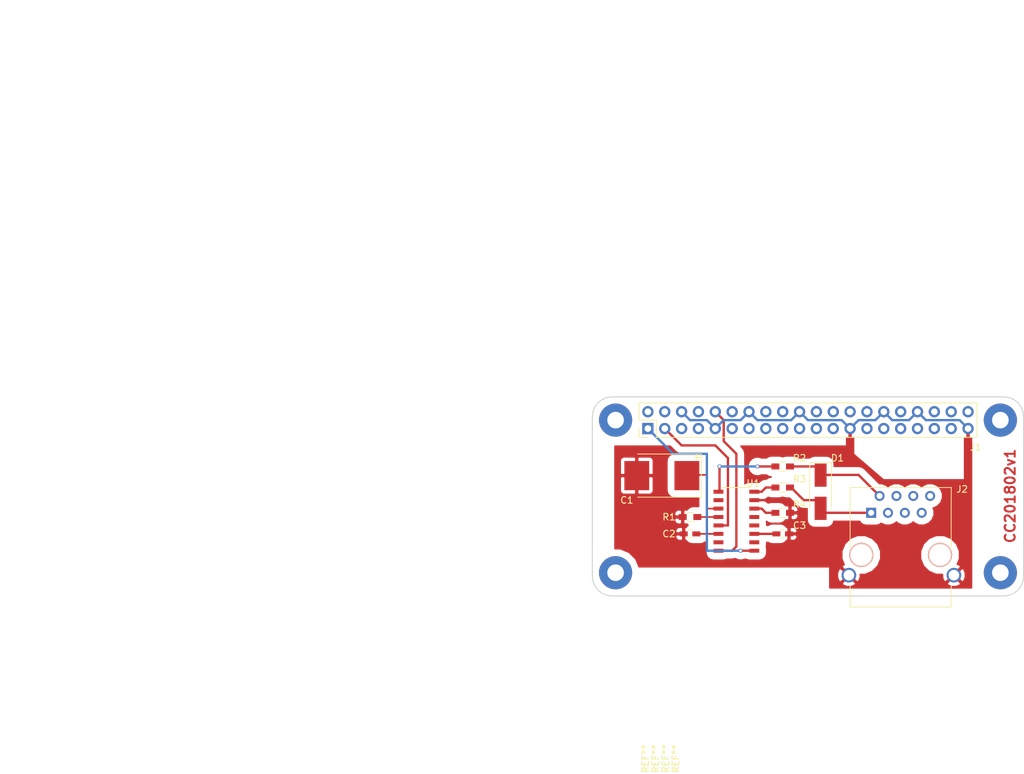
<source format=kicad_pcb>
(kicad_pcb (version 4) (host pcbnew 4.0.7)

  (general
    (links 29)
    (no_connects 0)
    (area 96.417 67.537 169.464001 133.846857)
    (thickness 1.6)
    (drawings 10)
    (tracks 105)
    (zones 0)
    (modules 15)
    (nets 54)
  )

  (page A4)
  (layers
    (0 F.Cu signal)
    (31 B.Cu signal)
    (32 B.Adhes user)
    (33 F.Adhes user)
    (34 B.Paste user)
    (35 F.Paste user)
    (36 B.SilkS user)
    (37 F.SilkS user)
    (38 B.Mask user)
    (39 F.Mask user)
    (40 Dwgs.User user)
    (41 Cmts.User user)
    (42 Eco1.User user)
    (43 Eco2.User user)
    (44 Edge.Cuts user)
    (45 Margin user)
    (46 B.CrtYd user)
    (47 F.CrtYd user)
    (48 B.Fab user)
    (49 F.Fab user)
  )

  (setup
    (last_trace_width 0.35)
    (trace_clearance 0.2)
    (zone_clearance 0.3)
    (zone_45_only no)
    (trace_min 0.2)
    (segment_width 0.2)
    (edge_width 0.15)
    (via_size 0.6)
    (via_drill 0.4)
    (via_min_size 0.4)
    (via_min_drill 0.3)
    (uvia_size 0.3)
    (uvia_drill 0.1)
    (uvias_allowed no)
    (uvia_min_size 0.2)
    (uvia_min_drill 0.1)
    (pcb_text_width 0.3)
    (pcb_text_size 1.5 1.5)
    (mod_edge_width 0.15)
    (mod_text_size 1 1)
    (mod_text_width 0.15)
    (pad_size 5 5)
    (pad_drill 2.5)
    (pad_to_mask_clearance 0.2)
    (aux_axis_origin 0 0)
    (grid_origin 198.23 75.37)
    (visible_elements 7FFFFFFF)
    (pcbplotparams
      (layerselection 0x010f0_80000001)
      (usegerberextensions false)
      (excludeedgelayer true)
      (linewidth 0.100000)
      (plotframeref false)
      (viasonmask false)
      (mode 1)
      (useauxorigin false)
      (hpglpennumber 1)
      (hpglpenspeed 20)
      (hpglpendiameter 15)
      (hpglpenoverlay 2)
      (psnegative false)
      (psa4output false)
      (plotreference true)
      (plotvalue true)
      (plotinvisibletext false)
      (padsonsilk false)
      (subtractmaskfromsilk false)
      (outputformat 1)
      (mirror false)
      (drillshape 0)
      (scaleselection 1)
      (outputdirectory gerber/))
  )

  (net 0 "")
  (net 1 "Net-(C1-Pad1)")
  (net 2 GND)
  (net 3 "Net-(C2-Pad1)")
  (net 4 "Net-(C3-Pad1)")
  (net 5 "Net-(D1-Pad1)")
  (net 6 "Net-(D1-Pad2)")
  (net 7 "Net-(J1-Pad1)")
  (net 8 "Net-(J1-Pad2)")
  (net 9 "Net-(J1-Pad3)")
  (net 10 "Net-(J1-Pad4)")
  (net 11 "Net-(J1-Pad5)")
  (net 12 "Net-(J1-Pad7)")
  (net 13 "Net-(J1-Pad8)")
  (net 14 "Net-(J1-Pad10)")
  (net 15 "Net-(J1-Pad11)")
  (net 16 "Net-(J1-Pad12)")
  (net 17 "Net-(J1-Pad13)")
  (net 18 "Net-(J1-Pad15)")
  (net 19 "Net-(J1-Pad16)")
  (net 20 "Net-(J1-Pad17)")
  (net 21 "Net-(J1-Pad18)")
  (net 22 "Net-(J1-Pad19)")
  (net 23 "Net-(J1-Pad21)")
  (net 24 "Net-(J1-Pad22)")
  (net 25 "Net-(J1-Pad23)")
  (net 26 "Net-(J1-Pad24)")
  (net 27 "Net-(J1-Pad26)")
  (net 28 "Net-(J1-Pad27)")
  (net 29 "Net-(J1-Pad28)")
  (net 30 "Net-(J1-Pad29)")
  (net 31 "Net-(J1-Pad31)")
  (net 32 "Net-(J1-Pad32)")
  (net 33 "Net-(J1-Pad33)")
  (net 34 "Net-(J1-Pad35)")
  (net 35 "Net-(J1-Pad36)")
  (net 36 "Net-(J1-Pad37)")
  (net 37 "Net-(J1-Pad38)")
  (net 38 "Net-(J1-Pad40)")
  (net 39 "Net-(J2-Pad3)")
  (net 40 "Net-(J2-Pad4)")
  (net 41 "Net-(J2-Pad5)")
  (net 42 "Net-(J2-Pad6)")
  (net 43 "Net-(J2-Pad7)")
  (net 44 "Net-(J2-Pad8)")
  (net 45 "Net-(R1-Pad1)")
  (net 46 "Net-(R2-Pad2)")
  (net 47 "Net-(R3-Pad2)")
  (net 48 "Net-(R4-Pad1)")
  (net 49 "Net-(U1-Pad2)")
  (net 50 "Net-(U1-Pad7)")
  (net 51 "Net-(U1-Pad10)")
  (net 52 "Net-(U1-Pad12)")
  (net 53 "Net-(U1-Pad13)")

  (net_class Default "This is the default net class."
    (clearance 0.2)
    (trace_width 0.35)
    (via_dia 0.6)
    (via_drill 0.4)
    (uvia_dia 0.3)
    (uvia_drill 0.1)
    (add_net GND)
    (add_net "Net-(C1-Pad1)")
    (add_net "Net-(C2-Pad1)")
    (add_net "Net-(C3-Pad1)")
    (add_net "Net-(D1-Pad1)")
    (add_net "Net-(D1-Pad2)")
    (add_net "Net-(J1-Pad1)")
    (add_net "Net-(J1-Pad10)")
    (add_net "Net-(J1-Pad11)")
    (add_net "Net-(J1-Pad12)")
    (add_net "Net-(J1-Pad13)")
    (add_net "Net-(J1-Pad15)")
    (add_net "Net-(J1-Pad16)")
    (add_net "Net-(J1-Pad17)")
    (add_net "Net-(J1-Pad18)")
    (add_net "Net-(J1-Pad19)")
    (add_net "Net-(J1-Pad2)")
    (add_net "Net-(J1-Pad21)")
    (add_net "Net-(J1-Pad22)")
    (add_net "Net-(J1-Pad23)")
    (add_net "Net-(J1-Pad24)")
    (add_net "Net-(J1-Pad26)")
    (add_net "Net-(J1-Pad27)")
    (add_net "Net-(J1-Pad28)")
    (add_net "Net-(J1-Pad29)")
    (add_net "Net-(J1-Pad3)")
    (add_net "Net-(J1-Pad31)")
    (add_net "Net-(J1-Pad32)")
    (add_net "Net-(J1-Pad33)")
    (add_net "Net-(J1-Pad35)")
    (add_net "Net-(J1-Pad36)")
    (add_net "Net-(J1-Pad37)")
    (add_net "Net-(J1-Pad38)")
    (add_net "Net-(J1-Pad4)")
    (add_net "Net-(J1-Pad40)")
    (add_net "Net-(J1-Pad5)")
    (add_net "Net-(J1-Pad7)")
    (add_net "Net-(J1-Pad8)")
    (add_net "Net-(J2-Pad3)")
    (add_net "Net-(J2-Pad4)")
    (add_net "Net-(J2-Pad5)")
    (add_net "Net-(J2-Pad6)")
    (add_net "Net-(J2-Pad7)")
    (add_net "Net-(J2-Pad8)")
    (add_net "Net-(R1-Pad1)")
    (add_net "Net-(R2-Pad2)")
    (add_net "Net-(R3-Pad2)")
    (add_net "Net-(R4-Pad1)")
    (add_net "Net-(U1-Pad10)")
    (add_net "Net-(U1-Pad12)")
    (add_net "Net-(U1-Pad13)")
    (add_net "Net-(U1-Pad2)")
    (add_net "Net-(U1-Pad7)")
  )

  (net_class stor ""
    (clearance 0.2)
    (trace_width 0.35)
    (via_dia 0.6)
    (via_drill 0.4)
    (uvia_dia 0.3)
    (uvia_drill 0.1)
  )

  (module Capacitors_Tantalum_SMD:CP_Tantalum_Case-E_EIA-7260-38_Hand (layer F.Cu) (tedit 5AD32F36) (tstamp 5AB170DC)
    (at 114.859 88.815 180)
    (descr "Tantalum capacitor, Case E, EIA 7260-38, 7.3x6.0x3.6mm, Hand soldering footprint")
    (tags "capacitor tantalum smd")
    (path /5AB1663E)
    (attr smd)
    (fp_text reference C1 (at 5.275 -3.7 180) (layer F.SilkS)
      (effects (font (size 1 1) (thickness 0.15)))
    )
    (fp_text value 220uF (at -4.377 15.985 180) (layer F.Fab)
      (effects (font (size 1 1) (thickness 0.15)))
    )
    (fp_line (start -5.88 2.73) (end -4.84 2.73) (layer F.SilkS) (width 0.15))
    (fp_line (start -5.31 2.35) (end -5.31 3.24) (layer F.SilkS) (width 0.15))
    (fp_text user %R (at -0.567 15.985 180) (layer F.Fab)
      (effects (font (size 1 1) (thickness 0.15)))
    )
    (fp_line (start -6.05 -3.4) (end -6.05 3.4) (layer F.CrtYd) (width 0.05))
    (fp_line (start -6.05 3.4) (end 6.05 3.4) (layer F.CrtYd) (width 0.05))
    (fp_line (start 6.05 3.4) (end 6.05 -3.4) (layer F.CrtYd) (width 0.05))
    (fp_line (start 6.05 -3.4) (end -6.05 -3.4) (layer F.CrtYd) (width 0.05))
    (fp_line (start -3.65 -3) (end -3.65 3) (layer F.Fab) (width 0.1))
    (fp_line (start -3.65 3) (end 3.65 3) (layer F.Fab) (width 0.1))
    (fp_line (start 3.65 3) (end 3.65 -3) (layer F.Fab) (width 0.1))
    (fp_line (start 3.65 -3) (end -3.65 -3) (layer F.Fab) (width 0.1))
    (fp_line (start -2.92 -3) (end -2.92 3) (layer F.Fab) (width 0.1))
    (fp_line (start -2.555 -3) (end -2.555 3) (layer F.Fab) (width 0.1))
    (fp_line (start -5.95 -3.25) (end 3.65 -3.25) (layer F.SilkS) (width 0.12))
    (fp_line (start -5.95 3.25) (end 3.65 3.25) (layer F.SilkS) (width 0.12))
    (fp_line (start -5.95 -3.25) (end -5.95 3.25) (layer F.SilkS) (width 0.12))
    (pad 1 smd rect (at -3.775 0 180) (size 3.75 4.4) (layers F.Cu F.Paste F.Mask)
      (net 1 "Net-(C1-Pad1)"))
    (pad 2 smd rect (at 3.775 0 180) (size 3.75 4.4) (layers F.Cu F.Paste F.Mask)
      (net 2 GND))
    (model Capacitors_Tantalum_SMD.3dshapes/CP_Tantalum_Case-E_EIA-7260-38.wrl
      (at (xyz 0 0 0))
      (scale (xyz 1 1 1))
      (rotate (xyz 0 0 0))
    )
  )

  (module Housings_SOIC:SOIC-16_3.9x9.9mm_Pitch1.27mm (layer F.Cu) (tedit 5AD32F6F) (tstamp 5AB17160)
    (at 126.094 95.69)
    (descr "16-Lead Plastic Small Outline (SL) - Narrow, 3.90 mm Body [SOIC] (see Microchip Packaging Specification 00000049BS.pdf)")
    (tags "SOIC 1.27")
    (path /5AB15C48)
    (attr smd)
    (fp_text reference U1 (at 2.54 -5.715 180) (layer F.SilkS)
      (effects (font (size 1 1) (thickness 0.15)))
    )
    (fp_text value NCN5150 (at 2.032 -20.32) (layer F.Fab)
      (effects (font (size 1 1) (thickness 0.15)))
    )
    (fp_text user %R (at -2.54 -20.32) (layer F.Fab)
      (effects (font (size 0.9 0.9) (thickness 0.135)))
    )
    (fp_line (start -0.95 -4.95) (end 1.95 -4.95) (layer F.Fab) (width 0.15))
    (fp_line (start 1.95 -4.95) (end 1.95 4.95) (layer F.Fab) (width 0.15))
    (fp_line (start 1.95 4.95) (end -1.95 4.95) (layer F.Fab) (width 0.15))
    (fp_line (start -1.95 4.95) (end -1.95 -3.95) (layer F.Fab) (width 0.15))
    (fp_line (start -1.95 -3.95) (end -0.95 -4.95) (layer F.Fab) (width 0.15))
    (fp_line (start -3.7 -5.25) (end -3.7 5.25) (layer F.CrtYd) (width 0.05))
    (fp_line (start 3.7 -5.25) (end 3.7 5.25) (layer F.CrtYd) (width 0.05))
    (fp_line (start -3.7 -5.25) (end 3.7 -5.25) (layer F.CrtYd) (width 0.05))
    (fp_line (start -3.7 5.25) (end 3.7 5.25) (layer F.CrtYd) (width 0.05))
    (fp_line (start -2.075 -5.075) (end 2.075 -5.075) (layer F.SilkS) (width 0.15))
    (pad 1 smd rect (at -2.7 -4.445) (size 1.5 0.6) (layers F.Cu F.Paste F.Mask)
      (net 46 "Net-(R2-Pad2)"))
    (pad 2 smd rect (at -2.7 -3.175) (size 1.5 0.6) (layers F.Cu F.Paste F.Mask)
      (net 49 "Net-(U1-Pad2)"))
    (pad 3 smd rect (at -2.7 -1.905) (size 1.5 0.6) (layers F.Cu F.Paste F.Mask)
      (net 1 "Net-(C1-Pad1)"))
    (pad 4 smd rect (at -2.7 -0.635) (size 1.5 0.6) (layers F.Cu F.Paste F.Mask)
      (net 45 "Net-(R1-Pad1)"))
    (pad 5 smd rect (at -2.7 0.635) (size 1.5 0.6) (layers F.Cu F.Paste F.Mask)
      (net 9 "Net-(J1-Pad3)"))
    (pad 6 smd rect (at -2.7 1.905) (size 1.5 0.6) (layers F.Cu F.Paste F.Mask)
      (net 3 "Net-(C2-Pad1)"))
    (pad 7 smd rect (at -2.7 3.175) (size 1.5 0.6) (layers F.Cu F.Paste F.Mask)
      (net 50 "Net-(U1-Pad7)"))
    (pad 8 smd rect (at -2.7 4.445) (size 1.5 0.6) (layers F.Cu F.Paste F.Mask)
      (net 14 "Net-(J1-Pad10)"))
    (pad 9 smd rect (at 2.7 4.445) (size 1.5 0.6) (layers F.Cu F.Paste F.Mask)
      (net 7 "Net-(J1-Pad1)"))
    (pad 10 smd rect (at 2.7 3.175) (size 1.5 0.6) (layers F.Cu F.Paste F.Mask)
      (net 51 "Net-(U1-Pad10)"))
    (pad 11 smd rect (at 2.7 1.905) (size 1.5 0.6) (layers F.Cu F.Paste F.Mask)
      (net 4 "Net-(C3-Pad1)"))
    (pad 12 smd rect (at 2.7 0.635) (size 1.5 0.6) (layers F.Cu F.Paste F.Mask)
      (net 52 "Net-(U1-Pad12)"))
    (pad 13 smd rect (at 2.7 -0.635) (size 1.5 0.6) (layers F.Cu F.Paste F.Mask)
      (net 53 "Net-(U1-Pad13)"))
    (pad 14 smd rect (at 2.7 -1.905) (size 1.5 0.6) (layers F.Cu F.Paste F.Mask)
      (net 48 "Net-(R4-Pad1)"))
    (pad 15 smd rect (at 2.7 -3.175) (size 1.5 0.6) (layers F.Cu F.Paste F.Mask)
      (net 2 GND))
    (pad 16 smd rect (at 2.7 -4.445) (size 1.5 0.6) (layers F.Cu F.Paste F.Mask)
      (net 47 "Net-(R3-Pad2)"))
    (model ${KISYS3DMOD}/Housings_SOIC.3dshapes/SOIC-16_3.9x9.9mm_Pitch1.27mm.wrl
      (at (xyz 0 0 0))
      (scale (xyz 1 1 1))
      (rotate (xyz 0 0 0))
    )
  )

  (module OwnFoot:RJ45_8x (layer F.Cu) (tedit 5AD32F80) (tstamp 5AB17134)
    (at 146.414 94.42)
    (tags RJ45)
    (path /5AB15EC9)
    (fp_text reference J2 (at 13.716 -3.556) (layer F.SilkS)
      (effects (font (size 1 1) (thickness 0.15)))
    )
    (fp_text value RJ45 (at 4.572 16.256) (layer F.Fab)
      (effects (font (size 1 1) (thickness 0.15)))
    )
    (fp_line (start -3.17 14.22) (end 12.07 14.22) (layer F.SilkS) (width 0.12))
    (fp_line (start 12.07 -3.81) (end 12.06 5.18) (layer F.SilkS) (width 0.12))
    (fp_line (start 12.07 -3.81) (end -3.17 -3.81) (layer F.SilkS) (width 0.12))
    (fp_line (start -3.17 -3.81) (end -3.17 5.19) (layer F.SilkS) (width 0.12))
    (fp_line (start 12.06 11) (end 12.07 14.22) (layer F.SilkS) (width 0.12))
    (fp_line (start -3.17 11) (end -3.17 14.22) (layer F.SilkS) (width 0.12))
    (fp_line (start -3.56 -4.06) (end 12.46 -4.06) (layer F.CrtYd) (width 0.05))
    (fp_line (start -3.56 -4.06) (end -3.56 14.47) (layer F.CrtYd) (width 0.05))
    (fp_line (start 12.46 14.47) (end 12.46 -4.06) (layer F.CrtYd) (width 0.05))
    (fp_line (start 12.46 14.47) (end -3.56 14.47) (layer F.CrtYd) (width 0.05))
    (pad "" np_thru_hole circle (at 10.38 6.35) (size 3.65 3.65) (drill 3.25) (layers *.Cu *.SilkS *.Mask))
    (pad "" np_thru_hole circle (at -1.49 6.35) (size 3.65 3.65) (drill 3.25) (layers *.Cu *.SilkS *.Mask))
    (pad 1 thru_hole rect (at 0 0) (size 1.5 1.5) (drill 0.9) (layers *.Cu *.Mask)
      (net 6 "Net-(D1-Pad2)"))
    (pad 2 thru_hole circle (at 1.27 -2.54) (size 1.5 1.5) (drill 0.9) (layers *.Cu *.Mask)
      (net 5 "Net-(D1-Pad1)"))
    (pad 3 thru_hole circle (at 2.54 0) (size 1.5 1.5) (drill 0.9) (layers *.Cu *.Mask)
      (net 39 "Net-(J2-Pad3)"))
    (pad 4 thru_hole circle (at 3.81 -2.54) (size 1.5 1.5) (drill 0.9) (layers *.Cu *.Mask)
      (net 40 "Net-(J2-Pad4)"))
    (pad 5 thru_hole circle (at 5.08 0) (size 1.5 1.5) (drill 0.9) (layers *.Cu *.Mask)
      (net 41 "Net-(J2-Pad5)"))
    (pad 6 thru_hole circle (at 6.35 -2.54) (size 1.5 1.5) (drill 0.9) (layers *.Cu *.Mask)
      (net 42 "Net-(J2-Pad6)"))
    (pad 7 thru_hole circle (at 7.62 0) (size 1.5 1.5) (drill 0.9) (layers *.Cu *.Mask)
      (net 43 "Net-(J2-Pad7)"))
    (pad 8 thru_hole circle (at 8.89 -2.54) (size 1.5 1.5) (drill 0.9) (layers *.Cu *.Mask)
      (net 44 "Net-(J2-Pad8)"))
    (pad 9 thru_hole circle (at -3.36 9.4) (size 2.2 2.2) (drill 1.6) (layers *.Cu *.Mask)
      (net 2 GND))
    (pad 9 thru_hole circle (at 12.47 9.4) (size 2.2 2.2) (drill 1.6) (layers *.Cu *.Mask)
      (net 2 GND))
    (model ${KISYS3DMOD}/Connectors.3dshapes/RJ45_8.wrl
      (at (xyz 0.18 -0.25 0))
      (scale (xyz 0.4 0.4 0.4))
      (rotate (xyz 0 0 0))
    )
  )

  (module Capacitors_SMD:C_0603_HandSoldering (layer F.Cu) (tedit 5AD32F30) (tstamp 5AB170E2)
    (at 119.109 97.595 180)
    (descr "Capacitor SMD 0603, hand soldering")
    (tags "capacitor 0603")
    (path /5AB1648B)
    (attr smd)
    (fp_text reference C2 (at 3.175 0 180) (layer F.SilkS)
      (effects (font (size 1 1) (thickness 0.15)))
    )
    (fp_text value 200nF (at -0.127 22.225 180) (layer F.Fab)
      (effects (font (size 1 1) (thickness 0.15)))
    )
    (fp_text user %R (at 3.683 22.225 180) (layer F.Fab)
      (effects (font (size 1 1) (thickness 0.15)))
    )
    (fp_line (start -0.8 0.4) (end -0.8 -0.4) (layer F.Fab) (width 0.1))
    (fp_line (start 0.8 0.4) (end -0.8 0.4) (layer F.Fab) (width 0.1))
    (fp_line (start 0.8 -0.4) (end 0.8 0.4) (layer F.Fab) (width 0.1))
    (fp_line (start -0.8 -0.4) (end 0.8 -0.4) (layer F.Fab) (width 0.1))
    (fp_line (start -0.35 -0.6) (end 0.35 -0.6) (layer F.SilkS) (width 0.12))
    (fp_line (start 0.35 0.6) (end -0.35 0.6) (layer F.SilkS) (width 0.12))
    (fp_line (start -1.8 -0.65) (end 1.8 -0.65) (layer F.CrtYd) (width 0.05))
    (fp_line (start -1.8 -0.65) (end -1.8 0.65) (layer F.CrtYd) (width 0.05))
    (fp_line (start 1.8 0.65) (end 1.8 -0.65) (layer F.CrtYd) (width 0.05))
    (fp_line (start 1.8 0.65) (end -1.8 0.65) (layer F.CrtYd) (width 0.05))
    (pad 1 smd rect (at -0.95 0 180) (size 1.2 0.75) (layers F.Cu F.Paste F.Mask)
      (net 3 "Net-(C2-Pad1)"))
    (pad 2 smd rect (at 0.95 0 180) (size 1.2 0.75) (layers F.Cu F.Paste F.Mask)
      (net 2 GND))
    (model Capacitors_SMD.3dshapes/C_0603.wrl
      (at (xyz 0 0 0))
      (scale (xyz 1 1 1))
      (rotate (xyz 0 0 0))
    )
  )

  (module Capacitors_SMD:C_0603_HandSoldering (layer F.Cu) (tedit 5AD32FD1) (tstamp 5AB170E8)
    (at 133.079 97.595)
    (descr "Capacitor SMD 0603, hand soldering")
    (tags "capacitor 0603")
    (path /5AB16271)
    (attr smd)
    (fp_text reference C3 (at 2.54 -1.27) (layer F.SilkS)
      (effects (font (size 1 1) (thickness 0.15)))
    )
    (fp_text value 1uF (at 1.397 14.351) (layer F.Fab)
      (effects (font (size 1 1) (thickness 0.15)))
    )
    (fp_text user %R (at -1.905 14.351) (layer F.Fab)
      (effects (font (size 1 1) (thickness 0.15)))
    )
    (fp_line (start -0.8 0.4) (end -0.8 -0.4) (layer F.Fab) (width 0.1))
    (fp_line (start 0.8 0.4) (end -0.8 0.4) (layer F.Fab) (width 0.1))
    (fp_line (start 0.8 -0.4) (end 0.8 0.4) (layer F.Fab) (width 0.1))
    (fp_line (start -0.8 -0.4) (end 0.8 -0.4) (layer F.Fab) (width 0.1))
    (fp_line (start -0.35 -0.6) (end 0.35 -0.6) (layer F.SilkS) (width 0.12))
    (fp_line (start 0.35 0.6) (end -0.35 0.6) (layer F.SilkS) (width 0.12))
    (fp_line (start -1.8 -0.65) (end 1.8 -0.65) (layer F.CrtYd) (width 0.05))
    (fp_line (start -1.8 -0.65) (end -1.8 0.65) (layer F.CrtYd) (width 0.05))
    (fp_line (start 1.8 0.65) (end 1.8 -0.65) (layer F.CrtYd) (width 0.05))
    (fp_line (start 1.8 0.65) (end -1.8 0.65) (layer F.CrtYd) (width 0.05))
    (pad 1 smd rect (at -0.95 0) (size 1.2 0.75) (layers F.Cu F.Paste F.Mask)
      (net 4 "Net-(C3-Pad1)"))
    (pad 2 smd rect (at 0.95 0) (size 1.2 0.75) (layers F.Cu F.Paste F.Mask)
      (net 2 GND))
    (model Capacitors_SMD.3dshapes/C_0603.wrl
      (at (xyz 0 0 0))
      (scale (xyz 1 1 1))
      (rotate (xyz 0 0 0))
    )
  )

  (module Diodes_SMD:D_SMA_Handsoldering (layer F.Cu) (tedit 5AD32F9D) (tstamp 5AB170EE)
    (at 138.794 91.245 270)
    (descr "Diode SMA (DO-214AC) Handsoldering")
    (tags "Diode SMA (DO-214AC) Handsoldering")
    (path /5AB15FB6)
    (attr smd)
    (fp_text reference D1 (at -5.08 -2.54 360) (layer F.SilkS)
      (effects (font (size 1 1) (thickness 0.15)))
    )
    (fp_text value D_TVS (at -15.875 -3.048 360) (layer F.Fab)
      (effects (font (size 1 1) (thickness 0.15)))
    )
    (fp_text user %R (at -15.875 0.508 360) (layer F.Fab)
      (effects (font (size 1 1) (thickness 0.15)))
    )
    (fp_line (start -4.4 -1.65) (end -4.4 1.65) (layer F.SilkS) (width 0.12))
    (fp_line (start 2.3 1.5) (end -2.3 1.5) (layer F.Fab) (width 0.1))
    (fp_line (start -2.3 1.5) (end -2.3 -1.5) (layer F.Fab) (width 0.1))
    (fp_line (start 2.3 -1.5) (end 2.3 1.5) (layer F.Fab) (width 0.1))
    (fp_line (start 2.3 -1.5) (end -2.3 -1.5) (layer F.Fab) (width 0.1))
    (fp_line (start -4.5 -1.75) (end 4.5 -1.75) (layer F.CrtYd) (width 0.05))
    (fp_line (start 4.5 -1.75) (end 4.5 1.75) (layer F.CrtYd) (width 0.05))
    (fp_line (start 4.5 1.75) (end -4.5 1.75) (layer F.CrtYd) (width 0.05))
    (fp_line (start -4.5 1.75) (end -4.5 -1.75) (layer F.CrtYd) (width 0.05))
    (fp_line (start -0.64944 0.00102) (end -1.55114 0.00102) (layer F.Fab) (width 0.1))
    (fp_line (start 0.50118 0.00102) (end 1.4994 0.00102) (layer F.Fab) (width 0.1))
    (fp_line (start -0.64944 -0.79908) (end -0.64944 0.80112) (layer F.Fab) (width 0.1))
    (fp_line (start 0.50118 0.75032) (end 0.50118 -0.79908) (layer F.Fab) (width 0.1))
    (fp_line (start -0.64944 0.00102) (end 0.50118 0.75032) (layer F.Fab) (width 0.1))
    (fp_line (start -0.64944 0.00102) (end 0.50118 -0.79908) (layer F.Fab) (width 0.1))
    (fp_line (start -4.4 1.65) (end 2.5 1.65) (layer F.SilkS) (width 0.12))
    (fp_line (start -4.4 -1.65) (end 2.5 -1.65) (layer F.SilkS) (width 0.12))
    (pad 1 smd rect (at -2.5 0 270) (size 3.5 1.8) (layers F.Cu F.Paste F.Mask)
      (net 5 "Net-(D1-Pad1)"))
    (pad 2 smd rect (at 2.5 0 270) (size 3.5 1.8) (layers F.Cu F.Paste F.Mask)
      (net 6 "Net-(D1-Pad2)"))
    (model ${KISYS3DMOD}/Diodes_SMD.3dshapes/D_SMA.wrl
      (at (xyz 0 0 0))
      (scale (xyz 1 1 1))
      (rotate (xyz 0 0 0))
    )
  )

  (module Pin_Headers:Pin_Header_Straight_2x20_Pitch2.54mm (layer F.Cu) (tedit 5AD32F94) (tstamp 5AB1711A)
    (at 112.759 81.72 90)
    (descr "Through hole straight pin header, 2x20, 2.54mm pitch, double rows")
    (tags "Through hole pin header THT 2x20 2.54mm double row")
    (path /5AB1605D)
    (fp_text reference J1 (at -2.794 49.403 180) (layer F.SilkS)
      (effects (font (size 1 1) (thickness 0.15)))
    )
    (fp_text value Raspberry_Pi_2_3 (at -44.958 -7.493 90) (layer F.Fab)
      (effects (font (size 1 1) (thickness 0.15)))
    )
    (fp_line (start 0 -1.27) (end 3.81 -1.27) (layer F.Fab) (width 0.1))
    (fp_line (start 3.81 -1.27) (end 3.81 49.53) (layer F.Fab) (width 0.1))
    (fp_line (start 3.81 49.53) (end -1.27 49.53) (layer F.Fab) (width 0.1))
    (fp_line (start -1.27 49.53) (end -1.27 0) (layer F.Fab) (width 0.1))
    (fp_line (start -1.27 0) (end 0 -1.27) (layer F.Fab) (width 0.1))
    (fp_line (start -1.33 49.59) (end 3.87 49.59) (layer F.SilkS) (width 0.12))
    (fp_line (start -1.33 1.27) (end -1.33 49.59) (layer F.SilkS) (width 0.12))
    (fp_line (start 3.87 -1.33) (end 3.87 49.59) (layer F.SilkS) (width 0.12))
    (fp_line (start -1.33 1.27) (end 1.27 1.27) (layer F.SilkS) (width 0.12))
    (fp_line (start 1.27 1.27) (end 1.27 -1.33) (layer F.SilkS) (width 0.12))
    (fp_line (start 1.27 -1.33) (end 3.87 -1.33) (layer F.SilkS) (width 0.12))
    (fp_line (start -1.33 0) (end -1.33 -1.33) (layer F.SilkS) (width 0.12))
    (fp_line (start -1.33 -1.33) (end 0 -1.33) (layer F.SilkS) (width 0.12))
    (fp_line (start -1.8 -1.8) (end -1.8 50.05) (layer F.CrtYd) (width 0.05))
    (fp_line (start -1.8 50.05) (end 4.35 50.05) (layer F.CrtYd) (width 0.05))
    (fp_line (start 4.35 50.05) (end 4.35 -1.8) (layer F.CrtYd) (width 0.05))
    (fp_line (start 4.35 -1.8) (end -1.8 -1.8) (layer F.CrtYd) (width 0.05))
    (fp_text user %R (at 6.35 48.641 180) (layer F.Fab)
      (effects (font (size 1 1) (thickness 0.15)))
    )
    (pad 1 thru_hole rect (at 0 0 90) (size 1.7 1.7) (drill 1) (layers *.Cu *.Mask)
      (net 7 "Net-(J1-Pad1)"))
    (pad 2 thru_hole oval (at 2.54 0 90) (size 1.7 1.7) (drill 1) (layers *.Cu *.Mask)
      (net 8 "Net-(J1-Pad2)"))
    (pad 3 thru_hole oval (at 0 2.54 90) (size 1.7 1.7) (drill 1) (layers *.Cu *.Mask)
      (net 9 "Net-(J1-Pad3)"))
    (pad 4 thru_hole oval (at 2.54 2.54 90) (size 1.7 1.7) (drill 1) (layers *.Cu *.Mask)
      (net 10 "Net-(J1-Pad4)"))
    (pad 5 thru_hole oval (at 0 5.08 90) (size 1.7 1.7) (drill 1) (layers *.Cu *.Mask)
      (net 11 "Net-(J1-Pad5)"))
    (pad 6 thru_hole oval (at 2.54 5.08 90) (size 1.7 1.7) (drill 1) (layers *.Cu *.Mask)
      (net 2 GND))
    (pad 7 thru_hole oval (at 0 7.62 90) (size 1.7 1.7) (drill 1) (layers *.Cu *.Mask)
      (net 12 "Net-(J1-Pad7)"))
    (pad 8 thru_hole oval (at 2.54 7.62 90) (size 1.7 1.7) (drill 1) (layers *.Cu *.Mask)
      (net 13 "Net-(J1-Pad8)"))
    (pad 9 thru_hole oval (at 0 10.16 90) (size 1.7 1.7) (drill 1) (layers *.Cu *.Mask)
      (net 2 GND))
    (pad 10 thru_hole oval (at 2.54 10.16 90) (size 1.7 1.7) (drill 1) (layers *.Cu *.Mask)
      (net 14 "Net-(J1-Pad10)"))
    (pad 11 thru_hole oval (at 0 12.7 90) (size 1.7 1.7) (drill 1) (layers *.Cu *.Mask)
      (net 15 "Net-(J1-Pad11)"))
    (pad 12 thru_hole oval (at 2.54 12.7 90) (size 1.7 1.7) (drill 1) (layers *.Cu *.Mask)
      (net 16 "Net-(J1-Pad12)"))
    (pad 13 thru_hole oval (at 0 15.24 90) (size 1.7 1.7) (drill 1) (layers *.Cu *.Mask)
      (net 17 "Net-(J1-Pad13)"))
    (pad 14 thru_hole oval (at 2.54 15.24 90) (size 1.7 1.7) (drill 1) (layers *.Cu *.Mask)
      (net 2 GND))
    (pad 15 thru_hole oval (at 0 17.78 90) (size 1.7 1.7) (drill 1) (layers *.Cu *.Mask)
      (net 18 "Net-(J1-Pad15)"))
    (pad 16 thru_hole oval (at 2.54 17.78 90) (size 1.7 1.7) (drill 1) (layers *.Cu *.Mask)
      (net 19 "Net-(J1-Pad16)"))
    (pad 17 thru_hole oval (at 0 20.32 90) (size 1.7 1.7) (drill 1) (layers *.Cu *.Mask)
      (net 20 "Net-(J1-Pad17)"))
    (pad 18 thru_hole oval (at 2.54 20.32 90) (size 1.7 1.7) (drill 1) (layers *.Cu *.Mask)
      (net 21 "Net-(J1-Pad18)"))
    (pad 19 thru_hole oval (at 0 22.86 90) (size 1.7 1.7) (drill 1) (layers *.Cu *.Mask)
      (net 22 "Net-(J1-Pad19)"))
    (pad 20 thru_hole oval (at 2.54 22.86 90) (size 1.7 1.7) (drill 1) (layers *.Cu *.Mask)
      (net 2 GND))
    (pad 21 thru_hole oval (at 0 25.4 90) (size 1.7 1.7) (drill 1) (layers *.Cu *.Mask)
      (net 23 "Net-(J1-Pad21)"))
    (pad 22 thru_hole oval (at 2.54 25.4 90) (size 1.7 1.7) (drill 1) (layers *.Cu *.Mask)
      (net 24 "Net-(J1-Pad22)"))
    (pad 23 thru_hole oval (at 0 27.94 90) (size 1.7 1.7) (drill 1) (layers *.Cu *.Mask)
      (net 25 "Net-(J1-Pad23)"))
    (pad 24 thru_hole oval (at 2.54 27.94 90) (size 1.7 1.7) (drill 1) (layers *.Cu *.Mask)
      (net 26 "Net-(J1-Pad24)"))
    (pad 25 thru_hole oval (at 0 30.48 90) (size 1.7 1.7) (drill 1) (layers *.Cu *.Mask)
      (net 2 GND))
    (pad 26 thru_hole oval (at 2.54 30.48 90) (size 1.7 1.7) (drill 1) (layers *.Cu *.Mask)
      (net 27 "Net-(J1-Pad26)"))
    (pad 27 thru_hole oval (at 0 33.02 90) (size 1.7 1.7) (drill 1) (layers *.Cu *.Mask)
      (net 28 "Net-(J1-Pad27)"))
    (pad 28 thru_hole oval (at 2.54 33.02 90) (size 1.7 1.7) (drill 1) (layers *.Cu *.Mask)
      (net 29 "Net-(J1-Pad28)"))
    (pad 29 thru_hole oval (at 0 35.56 90) (size 1.7 1.7) (drill 1) (layers *.Cu *.Mask)
      (net 30 "Net-(J1-Pad29)"))
    (pad 30 thru_hole oval (at 2.54 35.56 90) (size 1.7 1.7) (drill 1) (layers *.Cu *.Mask)
      (net 2 GND))
    (pad 31 thru_hole oval (at 0 38.1 90) (size 1.7 1.7) (drill 1) (layers *.Cu *.Mask)
      (net 31 "Net-(J1-Pad31)"))
    (pad 32 thru_hole oval (at 2.54 38.1 90) (size 1.7 1.7) (drill 1) (layers *.Cu *.Mask)
      (net 32 "Net-(J1-Pad32)"))
    (pad 33 thru_hole oval (at 0 40.64 90) (size 1.7 1.7) (drill 1) (layers *.Cu *.Mask)
      (net 33 "Net-(J1-Pad33)"))
    (pad 34 thru_hole oval (at 2.54 40.64 90) (size 1.7 1.7) (drill 1) (layers *.Cu *.Mask)
      (net 2 GND))
    (pad 35 thru_hole oval (at 0 43.18 90) (size 1.7 1.7) (drill 1) (layers *.Cu *.Mask)
      (net 34 "Net-(J1-Pad35)"))
    (pad 36 thru_hole oval (at 2.54 43.18 90) (size 1.7 1.7) (drill 1) (layers *.Cu *.Mask)
      (net 35 "Net-(J1-Pad36)"))
    (pad 37 thru_hole oval (at 0 45.72 90) (size 1.7 1.7) (drill 1) (layers *.Cu *.Mask)
      (net 36 "Net-(J1-Pad37)"))
    (pad 38 thru_hole oval (at 2.54 45.72 90) (size 1.7 1.7) (drill 1) (layers *.Cu *.Mask)
      (net 37 "Net-(J1-Pad38)"))
    (pad 39 thru_hole oval (at 0 48.26 90) (size 1.7 1.7) (drill 1) (layers *.Cu *.Mask)
      (net 2 GND))
    (pad 40 thru_hole oval (at 2.54 48.26 90) (size 1.7 1.7) (drill 1) (layers *.Cu *.Mask)
      (net 38 "Net-(J1-Pad40)"))
    (model ${KISYS3DMOD}/Pin_Headers.3dshapes/Pin_Header_Straight_2x20_Pitch2.54mm.wrl
      (at (xyz 0 0 0))
      (scale (xyz 1 1 1))
      (rotate (xyz 0 0 0))
    )
  )

  (module Resistors_SMD:R_0603_HandSoldering (layer F.Cu) (tedit 5AD32EB0) (tstamp 5AB1713A)
    (at 119.109 95.055 180)
    (descr "Resistor SMD 0603, hand soldering")
    (tags "resistor 0603")
    (path /5AB1650F)
    (attr smd)
    (fp_text reference R1 (at 3.175 0 180) (layer F.SilkS)
      (effects (font (size 1 1) (thickness 0.15)))
    )
    (fp_text value 30k (at -1.143 26.543 180) (layer F.Fab)
      (effects (font (size 1 1) (thickness 0.15)))
    )
    (fp_text user %R (at 0 0 180) (layer F.Fab)
      (effects (font (size 0.4 0.4) (thickness 0.075)))
    )
    (fp_line (start -0.8 0.4) (end -0.8 -0.4) (layer F.Fab) (width 0.1))
    (fp_line (start 0.8 0.4) (end -0.8 0.4) (layer F.Fab) (width 0.1))
    (fp_line (start 0.8 -0.4) (end 0.8 0.4) (layer F.Fab) (width 0.1))
    (fp_line (start -0.8 -0.4) (end 0.8 -0.4) (layer F.Fab) (width 0.1))
    (fp_line (start 0.5 0.68) (end -0.5 0.68) (layer F.SilkS) (width 0.12))
    (fp_line (start -0.5 -0.68) (end 0.5 -0.68) (layer F.SilkS) (width 0.12))
    (fp_line (start -1.96 -0.7) (end 1.95 -0.7) (layer F.CrtYd) (width 0.05))
    (fp_line (start -1.96 -0.7) (end -1.96 0.7) (layer F.CrtYd) (width 0.05))
    (fp_line (start 1.95 0.7) (end 1.95 -0.7) (layer F.CrtYd) (width 0.05))
    (fp_line (start 1.95 0.7) (end -1.96 0.7) (layer F.CrtYd) (width 0.05))
    (pad 1 smd rect (at -1.1 0 180) (size 1.2 0.9) (layers F.Cu F.Paste F.Mask)
      (net 45 "Net-(R1-Pad1)"))
    (pad 2 smd rect (at 1.1 0 180) (size 1.2 0.9) (layers F.Cu F.Paste F.Mask)
      (net 2 GND))
    (model ${KISYS3DMOD}/Resistors_SMD.3dshapes/R_0603.wrl
      (at (xyz 0 0 0))
      (scale (xyz 1 1 1))
      (rotate (xyz 0 0 0))
    )
  )

  (module Resistors_SMD:R_0603_HandSoldering (layer F.Cu) (tedit 5AD32EC5) (tstamp 5AB17140)
    (at 133.079 87.435 180)
    (descr "Resistor SMD 0603, hand soldering")
    (tags "resistor 0603")
    (path /5AB15D87)
    (attr smd)
    (fp_text reference R2 (at -2.54 1.27 180) (layer F.SilkS)
      (effects (font (size 1 1) (thickness 0.15)))
    )
    (fp_text value 220R (at -0.127 18.923 180) (layer F.Fab)
      (effects (font (size 1 1) (thickness 0.15)))
    )
    (fp_text user %R (at 0 0 180) (layer F.Fab)
      (effects (font (size 0.4 0.4) (thickness 0.075)))
    )
    (fp_line (start -0.8 0.4) (end -0.8 -0.4) (layer F.Fab) (width 0.1))
    (fp_line (start 0.8 0.4) (end -0.8 0.4) (layer F.Fab) (width 0.1))
    (fp_line (start 0.8 -0.4) (end 0.8 0.4) (layer F.Fab) (width 0.1))
    (fp_line (start -0.8 -0.4) (end 0.8 -0.4) (layer F.Fab) (width 0.1))
    (fp_line (start 0.5 0.68) (end -0.5 0.68) (layer F.SilkS) (width 0.12))
    (fp_line (start -0.5 -0.68) (end 0.5 -0.68) (layer F.SilkS) (width 0.12))
    (fp_line (start -1.96 -0.7) (end 1.95 -0.7) (layer F.CrtYd) (width 0.05))
    (fp_line (start -1.96 -0.7) (end -1.96 0.7) (layer F.CrtYd) (width 0.05))
    (fp_line (start 1.95 0.7) (end 1.95 -0.7) (layer F.CrtYd) (width 0.05))
    (fp_line (start 1.95 0.7) (end -1.96 0.7) (layer F.CrtYd) (width 0.05))
    (pad 1 smd rect (at -1.1 0 180) (size 1.2 0.9) (layers F.Cu F.Paste F.Mask)
      (net 5 "Net-(D1-Pad1)"))
    (pad 2 smd rect (at 1.1 0 180) (size 1.2 0.9) (layers F.Cu F.Paste F.Mask)
      (net 46 "Net-(R2-Pad2)"))
    (model ${KISYS3DMOD}/Resistors_SMD.3dshapes/R_0603.wrl
      (at (xyz 0 0 0))
      (scale (xyz 1 1 1))
      (rotate (xyz 0 0 0))
    )
  )

  (module Resistors_SMD:R_0603_HandSoldering (layer F.Cu) (tedit 5AD32EBF) (tstamp 5AB17146)
    (at 133.079 90.61 180)
    (descr "Resistor SMD 0603, hand soldering")
    (tags "resistor 0603")
    (path /5AB15D34)
    (attr smd)
    (fp_text reference R3 (at -2.54 1.27 180) (layer F.SilkS)
      (effects (font (size 1 1) (thickness 0.15)))
    )
    (fp_text value 220R (at -0.127 17.78 180) (layer F.Fab)
      (effects (font (size 1 1) (thickness 0.15)))
    )
    (fp_text user %R (at 0 0 180) (layer F.Fab)
      (effects (font (size 0.4 0.4) (thickness 0.075)))
    )
    (fp_line (start -0.8 0.4) (end -0.8 -0.4) (layer F.Fab) (width 0.1))
    (fp_line (start 0.8 0.4) (end -0.8 0.4) (layer F.Fab) (width 0.1))
    (fp_line (start 0.8 -0.4) (end 0.8 0.4) (layer F.Fab) (width 0.1))
    (fp_line (start -0.8 -0.4) (end 0.8 -0.4) (layer F.Fab) (width 0.1))
    (fp_line (start 0.5 0.68) (end -0.5 0.68) (layer F.SilkS) (width 0.12))
    (fp_line (start -0.5 -0.68) (end 0.5 -0.68) (layer F.SilkS) (width 0.12))
    (fp_line (start -1.96 -0.7) (end 1.95 -0.7) (layer F.CrtYd) (width 0.05))
    (fp_line (start -1.96 -0.7) (end -1.96 0.7) (layer F.CrtYd) (width 0.05))
    (fp_line (start 1.95 0.7) (end 1.95 -0.7) (layer F.CrtYd) (width 0.05))
    (fp_line (start 1.95 0.7) (end -1.96 0.7) (layer F.CrtYd) (width 0.05))
    (pad 1 smd rect (at -1.1 0 180) (size 1.2 0.9) (layers F.Cu F.Paste F.Mask)
      (net 6 "Net-(D1-Pad2)"))
    (pad 2 smd rect (at 1.1 0 180) (size 1.2 0.9) (layers F.Cu F.Paste F.Mask)
      (net 47 "Net-(R3-Pad2)"))
    (model ${KISYS3DMOD}/Resistors_SMD.3dshapes/R_0603.wrl
      (at (xyz 0 0 0))
      (scale (xyz 1 1 1))
      (rotate (xyz 0 0 0))
    )
  )

  (module Resistors_SMD:R_0603_HandSoldering (layer F.Cu) (tedit 5AD32FD3) (tstamp 5AB1714C)
    (at 133.079 94.42)
    (descr "Resistor SMD 0603, hand soldering")
    (tags "resistor 0603")
    (path /5AB16358)
    (attr smd)
    (fp_text reference R4 (at 2.54 -1.27) (layer F.SilkS)
      (effects (font (size 1 1) (thickness 0.15)))
    )
    (fp_text value 100R (at 1.905 14.732) (layer F.Fab)
      (effects (font (size 1 1) (thickness 0.15)))
    )
    (fp_text user %R (at 0 0) (layer F.Fab)
      (effects (font (size 0.4 0.4) (thickness 0.075)))
    )
    (fp_line (start -0.8 0.4) (end -0.8 -0.4) (layer F.Fab) (width 0.1))
    (fp_line (start 0.8 0.4) (end -0.8 0.4) (layer F.Fab) (width 0.1))
    (fp_line (start 0.8 -0.4) (end 0.8 0.4) (layer F.Fab) (width 0.1))
    (fp_line (start -0.8 -0.4) (end 0.8 -0.4) (layer F.Fab) (width 0.1))
    (fp_line (start 0.5 0.68) (end -0.5 0.68) (layer F.SilkS) (width 0.12))
    (fp_line (start -0.5 -0.68) (end 0.5 -0.68) (layer F.SilkS) (width 0.12))
    (fp_line (start -1.96 -0.7) (end 1.95 -0.7) (layer F.CrtYd) (width 0.05))
    (fp_line (start -1.96 -0.7) (end -1.96 0.7) (layer F.CrtYd) (width 0.05))
    (fp_line (start 1.95 0.7) (end 1.95 -0.7) (layer F.CrtYd) (width 0.05))
    (fp_line (start 1.95 0.7) (end -1.96 0.7) (layer F.CrtYd) (width 0.05))
    (pad 1 smd rect (at -1.1 0) (size 1.2 0.9) (layers F.Cu F.Paste F.Mask)
      (net 48 "Net-(R4-Pad1)"))
    (pad 2 smd rect (at 1.1 0) (size 1.2 0.9) (layers F.Cu F.Paste F.Mask)
      (net 2 GND))
    (model ${KISYS3DMOD}/Resistors_SMD.3dshapes/R_0603.wrl
      (at (xyz 0 0 0))
      (scale (xyz 1 1 1))
      (rotate (xyz 0 0 0))
    )
  )

  (module Mounting_Holes:MountingHole_2.5mm_Pad (layer F.Cu) (tedit 5AD32FA8) (tstamp 5ABAAE7A)
    (at 165.889 103.45 90)
    (descr "Mounting Hole 2.5mm")
    (tags "mounting hole 2.5mm")
    (fp_text reference REF** (at -28.054 -53.511 90) (layer F.SilkS)
      (effects (font (size 1 1) (thickness 0.15)))
    )
    (fp_text value MountingHole_2.5mm_Pad (at -20.18 -64.433 90) (layer F.Fab)
      (effects (font (size 1 1) (thickness 0.15)))
    )
    (fp_circle (center 0 0) (end 2.5 0) (layer Cmts.User) (width 0.15))
    (fp_circle (center 0 0) (end 2.75 0) (layer F.CrtYd) (width 0.05))
    (pad "" np_thru_hole circle (at 0 0 90) (size 5 5) (drill 2.5) (layers *.Cu *.Mask))
  )

  (module Mounting_Holes:MountingHole_2.5mm_Pad (layer F.Cu) (tedit 5AD32FAD) (tstamp 5ABAAECB)
    (at 165.889 80.45 90)
    (descr "Mounting Hole 2.5mm")
    (tags "mounting hole 2.5mm")
    (fp_text reference REF** (at -51.054 -51.987 90) (layer F.SilkS)
      (effects (font (size 1 1) (thickness 0.15)))
    )
    (fp_text value MountingHole_2.5mm_Pad (at -43.18 -62.401 90) (layer F.Fab)
      (effects (font (size 1 1) (thickness 0.15)))
    )
    (fp_circle (center 0 0) (end 2.5 0) (layer Cmts.User) (width 0.15))
    (fp_circle (center 0 0) (end 2.75 0) (layer F.CrtYd) (width 0.05))
    (pad "" np_thru_hole circle (at 0 0 90) (size 5 5) (drill 2.5) (layers *.Cu *.Mask))
  )

  (module Mounting_Holes:MountingHole_2.5mm_Pad (layer F.Cu) (tedit 5AD32FC5) (tstamp 5ABAAEDF)
    (at 107.889 80.45 90)
    (descr "Mounting Hole 2.5mm")
    (tags "mounting hole 2.5mm")
    (fp_text reference REF** (at -51.054 9.061 90) (layer F.SilkS)
      (effects (font (size 1 1) (thickness 0.15)))
    )
    (fp_text value MountingHole_2.5mm_Pad (at -43.18 -10.497 90) (layer F.Fab)
      (effects (font (size 1 1) (thickness 0.15)))
    )
    (fp_circle (center 0 0) (end 2.5 0) (layer Cmts.User) (width 0.15))
    (fp_circle (center 0 0) (end 2.75 0) (layer F.CrtYd) (width 0.05))
    (pad "" np_thru_hole circle (at 0 0 90) (size 5 5) (drill 2.5) (layers *.Cu *.Mask))
  )

  (module Mounting_Holes:MountingHole_2.5mm_Pad (layer F.Cu) (tedit 5AD32FB2) (tstamp 5ABAAEF3)
    (at 107.889 103.45 90)
    (descr "Mounting Hole 2.5mm")
    (tags "mounting hole 2.5mm")
    (fp_text reference REF** (at -28.054 7.537 90) (layer F.SilkS)
      (effects (font (size 1 1) (thickness 0.15)))
    )
    (fp_text value MountingHole_2.5mm_Pad (at -20.18 -8.465 90) (layer F.Fab)
      (effects (font (size 1 1) (thickness 0.15)))
    )
    (fp_circle (center 0 0) (end 2.5 0) (layer Cmts.User) (width 0.15))
    (fp_circle (center 0 0) (end 2.75 0) (layer F.CrtYd) (width 0.05))
    (pad "" np_thru_hole circle (at 0 0 90) (size 5 5) (drill 2.5) (layers *.Cu *.Mask))
  )

  (gr_text " This file is part of mbus-to-udp.\n\n    mbus-to-udp is free software: you can redistribute it and/or modify\n    it under the terms of the GNU General Public License as published by\n    the Free Software Foundation, either version 3 of the License, or\n    (at your option) any later version.\n\n    mbus-to-udp is distributed in the hope that it will be useful,\n    but WITHOUT ANY WARRANTY; without even the implied warranty of\n    MERCHANTABILITY or FITNESS FOR A PARTICULAR PURPOSE.  See the\n    GNU General Public License for more details.\n\n    You should have received a copy of the GNU General Public License\n    along with Foobar.  If not, see <http://www.gnu.org/licenses/>." (at 15.096 34.222) (layer Eco1.User)
    (effects (font (size 1.5 1.5) (thickness 0.3)) (justify left))
  )
  (gr_text CC201802v1 (at 167.369 91.88 90) (layer F.Cu)
    (effects (font (size 1.5 1.5) (thickness 0.3)))
  )
  (gr_arc (start 166.389 103.95) (end 166.389 106.95) (angle -90) (layer Edge.Cuts) (width 0.15))
  (gr_arc (start 107.389 103.95) (end 104.389 103.95) (angle -90) (layer Edge.Cuts) (width 0.15))
  (gr_arc (start 107.389 79.95) (end 107.389 76.95) (angle -90) (layer Edge.Cuts) (width 0.15))
  (gr_arc (start 166.389 79.95) (end 166.389 76.95) (angle 90) (layer Edge.Cuts) (width 0.15))
  (gr_line (start 104.389 79.95) (end 104.389 103.95) (angle 90) (layer Edge.Cuts) (width 0.15))
  (gr_line (start 107.389 106.95) (end 166.389 106.95) (angle 90) (layer Edge.Cuts) (width 0.15))
  (gr_line (start 169.389 103.95) (end 169.389 79.95) (angle 90) (layer Edge.Cuts) (width 0.15))
  (gr_line (start 107.389 76.95) (end 166.389 76.95) (angle 90) (layer Edge.Cuts) (width 0.15))

  (segment (start 123.394 93.785) (end 121.649 93.785) (width 0.25) (layer F.Cu) (net 1))
  (segment (start 121.649 88.705) (end 119.744 88.705) (width 0.25) (layer F.Cu) (net 1) (tstamp 5ABAB33B))
  (segment (start 121.649 93.785) (end 121.649 88.705) (width 0.25) (layer F.Cu) (net 1) (tstamp 5ABAB33A))
  (segment (start 119.744 88.705) (end 118.634 88.815) (width 0.25) (layer F.Cu) (net 1) (tstamp 5ABAB33D))
  (segment (start 129.429 92.515) (end 130.539 92.515) (width 0.35) (layer F.Cu) (net 2))
  (segment (start 118.159 95.375) (end 117.839 95.055) (width 0.35) (layer F.Cu) (net 2) (tstamp 5AB2CDD1))
  (segment (start 111.489 88.705) (end 110.219 88.705) (width 0.35) (layer F.Cu) (net 2) (tstamp 5AB2CDD5))
  (segment (start 110.219 88.705) (end 111.084 88.815) (width 0.35) (layer F.Cu) (net 2) (tstamp 5AB2CDD7))
  (segment (start 111.489 88.705) (end 111.084 88.815) (width 0.35) (layer F.Cu) (net 2) (tstamp 5ABAB3CE))
  (segment (start 117.839 95.055) (end 118.009 95.055) (width 0.35) (layer F.Cu) (net 2) (tstamp 5ABAB3C9))
  (segment (start 161.019 81.72) (end 159.749 80.45) (width 0.35) (layer B.Cu) (net 2))
  (segment (start 154.669 80.45) (end 153.399 79.18) (width 0.35) (layer B.Cu) (net 2) (tstamp 5ABAB3AC))
  (segment (start 159.749 80.45) (end 154.669 80.45) (width 0.35) (layer B.Cu) (net 2) (tstamp 5ABAB3AB))
  (segment (start 153.399 79.18) (end 152.129 80.45) (width 0.35) (layer B.Cu) (net 2) (tstamp 5ABAB3AD))
  (segment (start 152.129 80.45) (end 149.589 80.45) (width 0.35) (layer B.Cu) (net 2) (tstamp 5ABAB3AE))
  (segment (start 149.589 80.45) (end 148.319 79.18) (width 0.35) (layer B.Cu) (net 2) (tstamp 5ABAB3AF))
  (segment (start 148.319 79.18) (end 147.049 80.45) (width 0.35) (layer B.Cu) (net 2) (tstamp 5ABAB3B0))
  (segment (start 147.049 80.45) (end 144.509 80.45) (width 0.35) (layer B.Cu) (net 2) (tstamp 5ABAB3B1))
  (segment (start 144.509 80.45) (end 143.239 81.72) (width 0.35) (layer B.Cu) (net 2) (tstamp 5ABAB3B2))
  (segment (start 143.239 81.72) (end 141.969 80.45) (width 0.35) (layer B.Cu) (net 2) (tstamp 5ABAB3B3))
  (segment (start 141.969 80.45) (end 136.889 80.45) (width 0.35) (layer B.Cu) (net 2) (tstamp 5ABAB3B4))
  (segment (start 136.889 80.45) (end 135.619 79.18) (width 0.35) (layer B.Cu) (net 2) (tstamp 5ABAB3B5))
  (segment (start 135.619 79.18) (end 134.349 80.45) (width 0.35) (layer B.Cu) (net 2) (tstamp 5ABAB3B6))
  (segment (start 134.349 80.45) (end 129.269 80.45) (width 0.35) (layer B.Cu) (net 2) (tstamp 5ABAB3B7))
  (segment (start 129.269 80.45) (end 127.999 79.18) (width 0.35) (layer B.Cu) (net 2) (tstamp 5ABAB3B8))
  (segment (start 127.999 79.18) (end 126.729 80.45) (width 0.35) (layer B.Cu) (net 2) (tstamp 5ABAB3B9))
  (segment (start 126.729 80.45) (end 124.189 80.45) (width 0.35) (layer B.Cu) (net 2) (tstamp 5ABAB3BA))
  (segment (start 124.189 80.45) (end 122.919 81.72) (width 0.35) (layer B.Cu) (net 2) (tstamp 5ABAB3BB))
  (segment (start 122.919 81.72) (end 121.649 80.45) (width 0.35) (layer B.Cu) (net 2) (tstamp 5ABAB3BC))
  (segment (start 121.649 80.45) (end 119.109 80.45) (width 0.35) (layer B.Cu) (net 2) (tstamp 5ABAB3BD))
  (segment (start 119.109 80.45) (end 117.839 79.18) (width 0.35) (layer B.Cu) (net 2) (tstamp 5ABAB3BE))
  (segment (start 111.489 88.705) (end 111.084 88.815) (width 0.35) (layer F.Cu) (net 2) (tstamp 5ABAB392))
  (segment (start 134.349 97.595) (end 133.714 97.595) (width 0.35) (layer F.Cu) (net 2) (tstamp 5ABAB355))
  (segment (start 133.714 97.595) (end 134.029 97.595) (width 0.35) (layer F.Cu) (net 2) (tstamp 5ABAB357))
  (segment (start 129.269 92.515) (end 129.429 92.515) (width 0.35) (layer F.Cu) (net 2) (tstamp 5ABAB351))
  (segment (start 129.269 92.515) (end 129.429 92.515) (width 0.35) (layer F.Cu) (net 2) (tstamp 5ABAB34A))
  (segment (start 134.029 94.74) (end 134.349 94.42) (width 0.25) (layer F.Cu) (net 2) (tstamp 5ABAB320))
  (segment (start 129.269 92.515) (end 129.429 92.515) (width 0.25) (layer F.Cu) (net 2) (tstamp 5ABAB2DB))
  (segment (start 123.394 97.595) (end 119.744 97.595) (width 0.25) (layer F.Cu) (net 3))
  (segment (start 132.129 97.595) (end 129.269 97.595) (width 0.35) (layer F.Cu) (net 4))
  (segment (start 129.269 97.595) (end 128.794 97.595) (width 0.35) (layer F.Cu) (net 4) (tstamp 5ABAB35B))
  (segment (start 131.809 97.595) (end 132.129 97.595) (width 0.25) (layer F.Cu) (net 4) (tstamp 5ABAB317))
  (segment (start 147.684 91.88) (end 144.509 88.705) (width 0.35) (layer F.Cu) (net 5))
  (segment (start 144.509 88.705) (end 138.794 88.705) (width 0.35) (layer F.Cu) (net 5) (tstamp 5ABAB465))
  (segment (start 138.794 88.705) (end 138.794 88.745) (width 0.35) (layer F.Cu) (net 5) (tstamp 5ABAB467))
  (segment (start 138.794 88.705) (end 139.429 88.07) (width 0.35) (layer F.Cu) (net 5) (tstamp 5ABAB41A))
  (segment (start 139.429 88.07) (end 138.794 88.745) (width 0.35) (layer F.Cu) (net 5) (tstamp 5ABAB41C))
  (segment (start 138.794 88.705) (end 138.794 88.745) (width 0.35) (layer F.Cu) (net 5) (tstamp 5ABAB371))
  (segment (start 134.179 87.435) (end 138.794 87.435) (width 0.35) (layer F.Cu) (net 5))
  (segment (start 138.794 87.435) (end 138.794 88.745) (width 0.35) (layer F.Cu) (net 5) (tstamp 5ABAB368))
  (segment (start 138.794 88.705) (end 138.794 88.745) (width 0.25) (layer F.Cu) (net 5) (tstamp 5ABAB2F0))
  (segment (start 138.794 88.745) (end 138.794 87.435) (width 0.25) (layer F.Cu) (net 5))
  (segment (start 134.349 87.435) (end 134.179 87.435) (width 0.25) (layer F.Cu) (net 5) (tstamp 5ABAB2EC))
  (segment (start 146.414 94.42) (end 138.794 94.42) (width 0.35) (layer F.Cu) (net 6))
  (segment (start 138.794 94.42) (end 138.794 93.785) (width 0.35) (layer F.Cu) (net 6) (tstamp 5ABAB468))
  (segment (start 138.794 93.785) (end 138.794 93.15) (width 0.35) (layer F.Cu) (net 6) (tstamp 5ABAB469))
  (segment (start 138.794 93.15) (end 138.794 93.745) (width 0.35) (layer F.Cu) (net 6) (tstamp 5ABAB46B))
  (segment (start 138.794 93.785) (end 138.794 93.745) (width 0.35) (layer F.Cu) (net 6) (tstamp 5ABAB420))
  (segment (start 138.904 94.53) (end 138.794 94.42) (width 0.35) (layer F.Cu) (net 6) (tstamp 5ABAB36B))
  (segment (start 138.794 94.42) (end 138.794 93.745) (width 0.35) (layer F.Cu) (net 6) (tstamp 5ABAB36D))
  (segment (start 138.794 93.745) (end 138.794 92.515) (width 0.35) (layer F.Cu) (net 6))
  (segment (start 138.794 92.515) (end 136.254 92.515) (width 0.35) (layer F.Cu) (net 6) (tstamp 5ABAB362))
  (segment (start 136.254 92.515) (end 134.349 90.61) (width 0.35) (layer F.Cu) (net 6) (tstamp 5ABAB363))
  (segment (start 134.349 90.61) (end 134.179 90.61) (width 0.35) (layer F.Cu) (net 6) (tstamp 5ABAB365))
  (segment (start 138.904 94.53) (end 138.794 94.42) (width 0.25) (layer F.Cu) (net 6) (tstamp 5ABAB2F1))
  (segment (start 138.794 94.42) (end 138.794 93.785) (width 0.25) (layer F.Cu) (net 6) (tstamp 5ABAB2F2))
  (segment (start 138.794 93.785) (end 138.794 93.745) (width 0.25) (layer F.Cu) (net 6) (tstamp 5ABAB2F4))
  (segment (start 134.349 90.61) (end 134.179 90.61) (width 0.25) (layer F.Cu) (net 6) (tstamp 5ABAB2E9))
  (segment (start 121.649 100.135) (end 121.649 85.53) (width 0.35) (layer B.Cu) (net 7))
  (segment (start 116.569 85.53) (end 114.664 83.625) (width 0.35) (layer B.Cu) (net 7) (tstamp 5AB5563C))
  (segment (start 121.649 85.53) (end 116.569 85.53) (width 0.35) (layer B.Cu) (net 7) (tstamp 5AB55639))
  (segment (start 112.759 81.72) (end 114.664 83.625) (width 0.35) (layer B.Cu) (net 7))
  (segment (start 128.794 100.135) (end 126.729 100.135) (width 0.35) (layer F.Cu) (net 7))
  (segment (start 126.729 100.135) (end 121.649 100.135) (width 0.35) (layer B.Cu) (net 7) (tstamp 5ABAB3A2))
  (via (at 126.729 100.135) (size 0.6) (drill 0.4) (layers F.Cu B.Cu) (net 7))
  (segment (start 128.634 100.135) (end 128.794 100.135) (width 0.25) (layer F.Cu) (net 7) (tstamp 5ABAB339))
  (segment (start 122.919 84.26) (end 124.824 86.165) (width 0.35) (layer F.Cu) (net 9))
  (segment (start 123.394 96.325) (end 124.824 96.325) (width 0.35) (layer F.Cu) (net 9))
  (segment (start 124.824 96.325) (end 124.824 86.165) (width 0.35) (layer F.Cu) (net 9) (tstamp 5ABAB383))
  (segment (start 117.839 84.26) (end 115.299 81.72) (width 0.35) (layer F.Cu) (net 9) (tstamp 5ABAB385))
  (segment (start 122.919 84.26) (end 117.839 84.26) (width 0.35) (layer F.Cu) (net 9) (tstamp 5AB54CAF))
  (segment (start 125.459 100.135) (end 126.094 99.5) (width 0.35) (layer F.Cu) (net 14))
  (segment (start 124.189 80.45) (end 124.189 83.625) (width 0.35) (layer F.Cu) (net 14))
  (segment (start 124.189 83.625) (end 126.094 85.53) (width 0.35) (layer F.Cu) (net 14) (tstamp 5AB54CC1))
  (segment (start 123.394 100.135) (end 125.459 100.135) (width 0.35) (layer F.Cu) (net 14))
  (segment (start 126.094 99.5) (end 126.094 85.53) (width 0.35) (layer F.Cu) (net 14) (tstamp 5AB55562))
  (segment (start 124.189 80.45) (end 122.919 79.18) (width 0.35) (layer F.Cu) (net 14) (tstamp 5ABAB37E))
  (segment (start 123.554 79.18) (end 122.919 79.18) (width 0.35) (layer F.Cu) (net 14) (tstamp 5ABAB381))
  (segment (start 123.394 95.055) (end 120.379 95.055) (width 0.25) (layer F.Cu) (net 45))
  (segment (start 120.379 95.055) (end 120.209 95.055) (width 0.25) (layer F.Cu) (net 45) (tstamp 5ABAB331))
  (segment (start 131.979 87.435) (end 129.269 87.435) (width 0.35) (layer F.Cu) (net 46))
  (segment (start 123.554 87.435) (end 123.554 91.245) (width 0.35) (layer F.Cu) (net 46) (tstamp 5ABAB39D))
  (via (at 123.554 87.435) (size 0.6) (drill 0.4) (layers F.Cu B.Cu) (net 46))
  (segment (start 129.269 87.435) (end 123.554 87.435) (width 0.35) (layer B.Cu) (net 46) (tstamp 5ABAB39A))
  (via (at 129.269 87.435) (size 0.6) (drill 0.4) (layers F.Cu B.Cu) (net 46))
  (segment (start 123.554 91.245) (end 123.394 91.245) (width 0.35) (layer F.Cu) (net 46) (tstamp 5ABAB39F))
  (segment (start 131.979 90.61) (end 130.539 90.61) (width 0.35) (layer F.Cu) (net 47))
  (segment (start 129.904 91.245) (end 129.269 91.245) (width 0.35) (layer F.Cu) (net 47) (tstamp 5ABAB376))
  (segment (start 130.539 90.61) (end 129.904 91.245) (width 0.35) (layer F.Cu) (net 47) (tstamp 5ABAB375))
  (segment (start 129.269 91.245) (end 128.794 91.245) (width 0.35) (layer F.Cu) (net 47) (tstamp 5ABAB378))
  (segment (start 131.979 94.42) (end 130.539 94.42) (width 0.35) (layer F.Cu) (net 48))
  (segment (start 129.904 93.785) (end 129.269 93.785) (width 0.35) (layer F.Cu) (net 48) (tstamp 5ABAB35E))
  (segment (start 130.539 94.42) (end 129.904 93.785) (width 0.35) (layer F.Cu) (net 48) (tstamp 5ABAB35D))
  (segment (start 129.269 93.785) (end 128.794 93.785) (width 0.35) (layer F.Cu) (net 48) (tstamp 5ABAB360))
  (segment (start 131.809 94.42) (end 131.979 94.42) (width 0.25) (layer F.Cu) (net 48) (tstamp 5ABAB2E4) (status 30))

  (zone (net 2) (net_name GND) (layer F.Cu) (tstamp 5AB54B77) (hatch edge 0.508)
    (connect_pads (clearance 1))
    (min_thickness 0.254)
    (fill yes (arc_segments 16) (thermal_gap 0.508) (thermal_bridge_width 0.508))
    (polygon
      (pts
        (xy 143.874 85.53) (xy 148.319 89.34) (xy 160.384 89.34) (xy 160.384 81.085) (xy 161.654 81.72)
        (xy 161.654 105.85) (xy 140.064 105.85) (xy 140.064 102.675) (xy 107.679 102.675) (xy 107.679 84.26)
        (xy 142.604 84.26) (xy 142.604 81.085) (xy 143.874 81.085)
      )
    )
    (filled_polygon
      (pts
        (xy 143.366 81.593) (xy 143.386 81.593) (xy 143.386 81.847) (xy 143.366 81.847) (xy 143.366 83.040155)
        (xy 143.59589 83.161476) (xy 143.747 83.098888) (xy 143.747 85.53) (xy 143.757006 85.57941) (xy 143.791349 85.626426)
        (xy 148.236349 89.436426) (xy 148.280376 89.460984) (xy 148.319 89.467) (xy 160.384 89.467) (xy 160.43341 89.456994)
        (xy 160.475035 89.428553) (xy 160.502315 89.386159) (xy 160.511 89.34) (xy 160.511 83.098888) (xy 160.66211 83.161476)
        (xy 160.892 83.040155) (xy 160.892 81.847) (xy 160.872 81.847) (xy 160.872 81.593) (xy 160.892 81.593)
        (xy 160.892 81.573) (xy 161.07602 81.573) (xy 161.166 81.61799) (xy 161.166 81.847) (xy 161.146 81.847)
        (xy 161.146 83.040155) (xy 161.37589 83.161476) (xy 161.527 83.098888) (xy 161.527 105.723) (xy 140.191 105.723)
        (xy 140.191 105.044868) (xy 142.008737 105.044868) (xy 142.119641 105.322099) (xy 142.765593 105.565323) (xy 143.455453 105.542836)
        (xy 143.988359 105.322099) (xy 144.099263 105.044868) (xy 157.838737 105.044868) (xy 157.949641 105.322099) (xy 158.595593 105.565323)
        (xy 159.285453 105.542836) (xy 159.818359 105.322099) (xy 159.929263 105.044868) (xy 158.884 103.999605) (xy 157.838737 105.044868)
        (xy 144.099263 105.044868) (xy 143.054 103.999605) (xy 142.008737 105.044868) (xy 140.191 105.044868) (xy 140.191 103.531593)
        (xy 141.308677 103.531593) (xy 141.331164 104.221453) (xy 141.551901 104.754359) (xy 141.829132 104.865263) (xy 142.874395 103.82)
        (xy 141.829132 102.774737) (xy 141.551901 102.885641) (xy 141.308677 103.531593) (xy 140.191 103.531593) (xy 140.191 102.675)
        (xy 140.180994 102.62559) (xy 140.152553 102.583965) (xy 140.110159 102.556685) (xy 140.064 102.548) (xy 111.440721 102.548)
        (xy 110.965614 101.398154) (xy 109.946213 100.376972) (xy 108.61362 99.823631) (xy 107.806 99.822926) (xy 107.806 97.88075)
        (xy 116.924 97.88075) (xy 116.924 98.09631) (xy 117.020673 98.329699) (xy 117.199302 98.508327) (xy 117.432691 98.605)
        (xy 117.87325 98.605) (xy 118.032 98.44625) (xy 118.032 97.722) (xy 117.08275 97.722) (xy 116.924 97.88075)
        (xy 107.806 97.88075) (xy 107.806 97.09369) (xy 116.924 97.09369) (xy 116.924 97.30925) (xy 117.08275 97.468)
        (xy 118.032 97.468) (xy 118.032 96.74375) (xy 117.87325 96.585) (xy 117.432691 96.585) (xy 117.199302 96.681673)
        (xy 117.020673 96.860301) (xy 116.924 97.09369) (xy 107.806 97.09369) (xy 107.806 95.34075) (xy 116.774 95.34075)
        (xy 116.774 95.63131) (xy 116.870673 95.864699) (xy 117.049302 96.043327) (xy 117.282691 96.14) (xy 117.72325 96.14)
        (xy 117.882 95.98125) (xy 117.882 95.182) (xy 116.93275 95.182) (xy 116.774 95.34075) (xy 107.806 95.34075)
        (xy 107.806 94.47869) (xy 116.774 94.47869) (xy 116.774 94.76925) (xy 116.93275 94.928) (xy 117.882 94.928)
        (xy 117.882 94.12875) (xy 117.72325 93.97) (xy 117.282691 93.97) (xy 117.049302 94.066673) (xy 116.870673 94.245301)
        (xy 116.774 94.47869) (xy 107.806 94.47869) (xy 107.806 89.10075) (xy 108.574 89.10075) (xy 108.574 91.14131)
        (xy 108.670673 91.374699) (xy 108.849302 91.553327) (xy 109.082691 91.65) (xy 110.79825 91.65) (xy 110.957 91.49125)
        (xy 110.957 88.942) (xy 111.211 88.942) (xy 111.211 91.49125) (xy 111.36975 91.65) (xy 113.085309 91.65)
        (xy 113.318698 91.553327) (xy 113.497327 91.374699) (xy 113.594 91.14131) (xy 113.594 89.10075) (xy 113.43525 88.942)
        (xy 111.211 88.942) (xy 110.957 88.942) (xy 108.73275 88.942) (xy 108.574 89.10075) (xy 107.806 89.10075)
        (xy 107.806 86.48869) (xy 108.574 86.48869) (xy 108.574 88.52925) (xy 108.73275 88.688) (xy 110.957 88.688)
        (xy 110.957 86.13875) (xy 111.211 86.13875) (xy 111.211 88.688) (xy 113.43525 88.688) (xy 113.594 88.52925)
        (xy 113.594 86.48869) (xy 113.497327 86.255301) (xy 113.318698 86.076673) (xy 113.085309 85.98) (xy 111.36975 85.98)
        (xy 111.211 86.13875) (xy 110.957 86.13875) (xy 110.79825 85.98) (xy 109.082691 85.98) (xy 108.849302 86.076673)
        (xy 108.670673 86.255301) (xy 108.574 86.48869) (xy 107.806 86.48869) (xy 107.806 84.387) (xy 116.124694 84.387)
        (xy 116.918347 85.180653) (xy 117.340746 85.462891) (xy 117.355979 85.465921) (xy 116.759 85.465921) (xy 116.341359 85.544506)
        (xy 115.957781 85.791331) (xy 115.700452 86.167944) (xy 115.609921 86.615) (xy 115.609921 91.015) (xy 115.688506 91.432641)
        (xy 115.935331 91.816219) (xy 116.311944 92.073548) (xy 116.759 92.164079) (xy 120.397 92.164079) (xy 120.397 93.455921)
        (xy 119.609 93.455921) (xy 119.191359 93.534506) (xy 118.807781 93.781331) (xy 118.678869 93.97) (xy 118.29475 93.97)
        (xy 118.136 94.12875) (xy 118.136 94.928) (xy 118.156 94.928) (xy 118.156 95.182) (xy 118.136 95.182)
        (xy 118.136 95.98125) (xy 118.29475 96.14) (xy 118.678372 96.14) (xy 118.785331 96.306219) (xy 118.791388 96.310358)
        (xy 118.657781 96.396331) (xy 118.528869 96.585) (xy 118.44475 96.585) (xy 118.286 96.74375) (xy 118.286 97.468)
        (xy 118.306 97.468) (xy 118.306 97.722) (xy 118.286 97.722) (xy 118.286 98.44625) (xy 118.44475 98.605)
        (xy 118.528372 98.605) (xy 118.635331 98.771219) (xy 119.011944 99.028548) (xy 119.459 99.119079) (xy 120.659 99.119079)
        (xy 121.076641 99.040494) (xy 121.37734 98.847) (xy 121.494921 98.847) (xy 121.494921 99.165) (xy 121.56027 99.512297)
        (xy 121.494921 99.835) (xy 121.494921 100.435) (xy 121.573506 100.852641) (xy 121.820331 101.236219) (xy 122.196944 101.493548)
        (xy 122.644 101.584079) (xy 124.144 101.584079) (xy 124.561641 101.505494) (xy 124.668084 101.437) (xy 125.459 101.437)
        (xy 125.921781 101.344947) (xy 126.443907 101.561752) (xy 127.011603 101.562248) (xy 127.314725 101.437) (xy 127.514183 101.437)
        (xy 127.596944 101.493548) (xy 128.044 101.584079) (xy 129.544 101.584079) (xy 129.961641 101.505494) (xy 130.196117 101.354613)
        (xy 141.971489 101.354613) (xy 142.332996 102.229527) (xy 142.119641 102.317901) (xy 142.008737 102.595132) (xy 143.054 103.640395)
        (xy 143.068143 103.626253) (xy 143.247748 103.805858) (xy 143.233605 103.82) (xy 144.278868 104.865263) (xy 144.556099 104.754359)
        (xy 144.799323 104.108407) (xy 144.786724 103.721881) (xy 145.508613 103.722511) (xy 146.593989 103.274043) (xy 147.425124 102.444357)
        (xy 147.875486 101.359765) (xy 147.87549 101.354613) (xy 153.841489 101.354613) (xy 154.289957 102.439989) (xy 155.119643 103.271124)
        (xy 156.204235 103.721486) (xy 157.144894 103.722307) (xy 157.161164 104.221453) (xy 157.381901 104.754359) (xy 157.659132 104.865263)
        (xy 158.704395 103.82) (xy 159.063605 103.82) (xy 160.108868 104.865263) (xy 160.386099 104.754359) (xy 160.629323 104.108407)
        (xy 160.606836 103.418547) (xy 160.386099 102.885641) (xy 160.108868 102.774737) (xy 159.063605 103.82) (xy 158.704395 103.82)
        (xy 158.690253 103.805858) (xy 158.869858 103.626253) (xy 158.884 103.640395) (xy 159.929263 102.595132) (xy 159.818359 102.317901)
        (xy 159.41128 102.164621) (xy 159.745486 101.359765) (xy 159.746511 100.185387) (xy 159.298043 99.100011) (xy 158.468357 98.268876)
        (xy 157.383765 97.818514) (xy 156.209387 97.817489) (xy 155.124011 98.265957) (xy 154.292876 99.095643) (xy 153.842514 100.180235)
        (xy 153.841489 101.354613) (xy 147.87549 101.354613) (xy 147.876511 100.185387) (xy 147.428043 99.100011) (xy 146.598357 98.268876)
        (xy 145.513765 97.818514) (xy 144.339387 97.817489) (xy 143.254011 98.265957) (xy 142.422876 99.095643) (xy 141.972514 100.180235)
        (xy 141.971489 101.354613) (xy 130.196117 101.354613) (xy 130.345219 101.258669) (xy 130.602548 100.882056) (xy 130.693079 100.435)
        (xy 130.693079 99.835) (xy 130.62773 99.487703) (xy 130.693079 99.165) (xy 130.693079 98.897) (xy 130.889417 98.897)
        (xy 131.081944 99.028548) (xy 131.529 99.119079) (xy 132.729 99.119079) (xy 133.146641 99.040494) (xy 133.530219 98.793669)
        (xy 133.659131 98.605) (xy 133.74325 98.605) (xy 133.902 98.44625) (xy 133.902 97.722) (xy 134.156 97.722)
        (xy 134.156 98.44625) (xy 134.31475 98.605) (xy 134.755309 98.605) (xy 134.988698 98.508327) (xy 135.167327 98.329699)
        (xy 135.264 98.09631) (xy 135.264 97.88075) (xy 135.10525 97.722) (xy 134.156 97.722) (xy 133.902 97.722)
        (xy 133.882 97.722) (xy 133.882 97.468) (xy 133.902 97.468) (xy 133.902 96.74375) (xy 134.156 96.74375)
        (xy 134.156 97.468) (xy 135.10525 97.468) (xy 135.264 97.30925) (xy 135.264 97.09369) (xy 135.167327 96.860301)
        (xy 134.988698 96.681673) (xy 134.755309 96.585) (xy 134.31475 96.585) (xy 134.156 96.74375) (xy 133.902 96.74375)
        (xy 133.74325 96.585) (xy 133.659628 96.585) (xy 133.552669 96.418781) (xy 133.176056 96.161452) (xy 132.729 96.070921)
        (xy 131.529 96.070921) (xy 131.111359 96.149506) (xy 130.888362 96.293) (xy 130.693079 96.293) (xy 130.693079 96.025)
        (xy 130.637012 95.727029) (xy 130.931944 95.928548) (xy 131.379 96.019079) (xy 132.579 96.019079) (xy 132.996641 95.940494)
        (xy 133.380219 95.693669) (xy 133.509131 95.505) (xy 133.89325 95.505) (xy 134.052 95.34625) (xy 134.052 94.547)
        (xy 134.306 94.547) (xy 134.306 95.34625) (xy 134.46475 95.505) (xy 134.905309 95.505) (xy 135.138698 95.408327)
        (xy 135.317327 95.229699) (xy 135.414 94.99631) (xy 135.414 94.70575) (xy 135.25525 94.547) (xy 134.306 94.547)
        (xy 134.052 94.547) (xy 134.032 94.547) (xy 134.032 94.293) (xy 134.052 94.293) (xy 134.052 93.49375)
        (xy 134.306 93.49375) (xy 134.306 94.293) (xy 135.25525 94.293) (xy 135.414 94.13425) (xy 135.414 93.84369)
        (xy 135.317327 93.610301) (xy 135.138698 93.431673) (xy 134.905309 93.335) (xy 134.46475 93.335) (xy 134.306 93.49375)
        (xy 134.052 93.49375) (xy 133.89325 93.335) (xy 133.509628 93.335) (xy 133.402669 93.168781) (xy 133.026056 92.911452)
        (xy 132.579 92.820921) (xy 131.379 92.820921) (xy 130.961359 92.899506) (xy 130.899571 92.939265) (xy 130.824653 92.864347)
        (xy 130.402254 92.582109) (xy 130.143556 92.530651) (xy 130.119274 92.51406) (xy 130.1415 92.499758) (xy 130.402254 92.447891)
        (xy 130.824653 92.165653) (xy 130.896189 92.094117) (xy 130.931944 92.118548) (xy 131.379 92.209079) (xy 132.579 92.209079)
        (xy 132.996641 92.130494) (xy 133.075325 92.079862) (xy 133.131944 92.118548) (xy 133.579 92.209079) (xy 134.106773 92.209079)
        (xy 135.333347 93.435653) (xy 135.755746 93.717891) (xy 136.254 93.817) (xy 136.744921 93.817) (xy 136.744921 95.495)
        (xy 136.823506 95.912641) (xy 137.070331 96.296219) (xy 137.446944 96.553548) (xy 137.894 96.644079) (xy 139.694 96.644079)
        (xy 140.111641 96.565494) (xy 140.495219 96.318669) (xy 140.752548 95.942056) (xy 140.79711 95.722) (xy 144.679963 95.722)
        (xy 144.840331 95.971219) (xy 145.216944 96.228548) (xy 145.664 96.319079) (xy 147.164 96.319079) (xy 147.581641 96.240494)
        (xy 147.919749 96.022928) (xy 148.579004 96.296674) (xy 149.32572 96.297325) (xy 150.015846 96.012171) (xy 150.2239 95.80448)
        (xy 150.429376 96.010316) (xy 151.119004 96.296674) (xy 151.86572 96.297325) (xy 152.555846 96.012171) (xy 152.7639 95.80448)
        (xy 152.969376 96.010316) (xy 153.659004 96.296674) (xy 154.40572 96.297325) (xy 155.095846 96.012171) (xy 155.624316 95.484624)
        (xy 155.910674 94.794996) (xy 155.911325 94.04828) (xy 155.774278 93.716602) (xy 156.365846 93.472171) (xy 156.894316 92.944624)
        (xy 157.180674 92.254996) (xy 157.181325 91.50828) (xy 156.896171 90.818154) (xy 156.368624 90.289684) (xy 155.678996 90.003326)
        (xy 154.93228 90.002675) (xy 154.242154 90.287829) (xy 154.0341 90.49552) (xy 153.828624 90.289684) (xy 153.138996 90.003326)
        (xy 152.39228 90.002675) (xy 151.702154 90.287829) (xy 151.4941 90.49552) (xy 151.288624 90.289684) (xy 150.598996 90.003326)
        (xy 149.85228 90.002675) (xy 149.162154 90.287829) (xy 148.9541 90.49552) (xy 148.748624 90.289684) (xy 148.058996 90.003326)
        (xy 147.648274 90.002968) (xy 145.429653 87.784347) (xy 145.007254 87.502109) (xy 144.509 87.403) (xy 140.843079 87.403)
        (xy 140.843079 86.995) (xy 140.764494 86.577359) (xy 140.517669 86.193781) (xy 140.141056 85.936452) (xy 139.694 85.845921)
        (xy 137.894 85.845921) (xy 137.476359 85.924506) (xy 137.152349 86.133) (xy 135.528349 86.133) (xy 135.226056 85.926452)
        (xy 134.779 85.835921) (xy 133.579 85.835921) (xy 133.161359 85.914506) (xy 133.082675 85.965138) (xy 133.026056 85.926452)
        (xy 132.579 85.835921) (xy 131.379 85.835921) (xy 130.961359 85.914506) (xy 130.621809 86.133) (xy 129.85453 86.133)
        (xy 129.554093 86.008248) (xy 128.986397 86.007752) (xy 128.461725 86.224543) (xy 128.059953 86.625614) (xy 127.842248 87.149907)
        (xy 127.841752 87.717603) (xy 128.058543 88.242275) (xy 128.459614 88.644047) (xy 128.983907 88.861752) (xy 129.551603 88.862248)
        (xy 129.854725 88.737) (xy 130.629651 88.737) (xy 130.931944 88.943548) (xy 131.319722 89.022075) (xy 130.961359 89.089506)
        (xy 130.621809 89.308) (xy 130.539 89.308) (xy 130.040746 89.407109) (xy 129.713672 89.625653) (xy 129.618347 89.689347)
        (xy 129.511773 89.795921) (xy 128.044 89.795921) (xy 127.626359 89.874506) (xy 127.396 90.022738) (xy 127.396 85.53)
        (xy 127.296891 85.031746) (xy 127.014653 84.609347) (xy 126.792306 84.387) (xy 142.604 84.387) (xy 142.65341 84.376994)
        (xy 142.695035 84.348553) (xy 142.722315 84.306159) (xy 142.731 84.26) (xy 142.731 83.098888) (xy 142.88211 83.161476)
        (xy 143.112 83.040155) (xy 143.112 81.847) (xy 143.092 81.847) (xy 143.092 81.593) (xy 143.112 81.593)
        (xy 143.112 81.573) (xy 143.366 81.573)
      )
    )
  )
)

</source>
